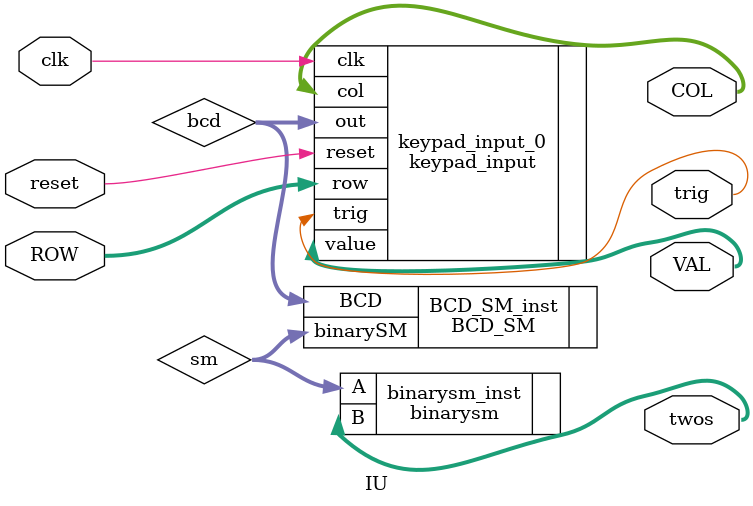
<source format=v>
module IU
(
	input clk,
	input reset,
	input [3:0] ROW,
	output [3:0] COL, VAL,
	output [7:0] twos,
	output trig
);

wire [15:0] bcd;
wire [7:0] sm;

keypad_input #(3'd4) keypad_input_0 
(
	.clk(clk) ,	// input  clk_sig
	.reset(reset) ,	// input  reset_sig
	.row(ROW) ,	// input [3:0] row_sig
	.col(COL) ,	// output [3:0] col_sig
	.out(bcd) ,	// output [DIGITS*4-1:0] out_sig
	.value(VAL) ,	// output [3:0] value_sig
	.trig(trig) 	// output  trig_sig
);

BCD_SM #(4'd8) BCD_SM_inst 
(
	.BCD(bcd) ,	// input [15:0] BCD_sig
	.binarySM(sm) 	// output [N-1:0] binarySM_sig
);

binarysm binarysm_inst
(
	.A(sm) ,	// input [7:0] A_sig
	.B(twos) 	// output [7:0] B_sig
);

endmodule 
</source>
